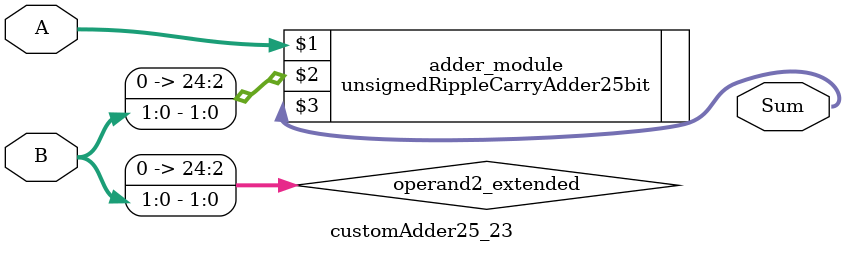
<source format=v>

module customAdder25_23(
                    input [24 : 0] A,
                    input [1 : 0] B,
                    
                    output [25 : 0] Sum
            );

    wire [24 : 0] operand2_extended;
    
    assign operand2_extended =  {23'b0, B};
    
    unsignedRippleCarryAdder25bit adder_module(
        A,
        operand2_extended,
        Sum
    );
    
endmodule
        
</source>
